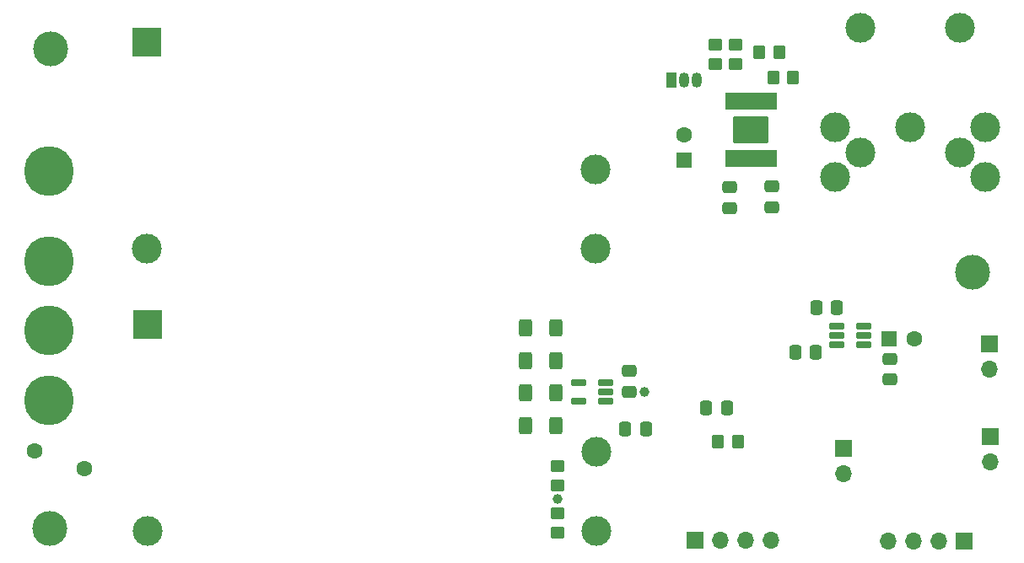
<source format=gbr>
%TF.GenerationSoftware,KiCad,Pcbnew,7.0.11-7.0.11~ubuntu22.04.1*%
%TF.CreationDate,2025-02-11T22:24:31-05:00*%
%TF.ProjectId,C64UltimatePSU,43363455-6c74-4696-9d61-74655053552e,rev?*%
%TF.SameCoordinates,Original*%
%TF.FileFunction,Soldermask,Bot*%
%TF.FilePolarity,Negative*%
%FSLAX46Y46*%
G04 Gerber Fmt 4.6, Leading zero omitted, Abs format (unit mm)*
G04 Created by KiCad (PCBNEW 7.0.11-7.0.11~ubuntu22.04.1) date 2025-02-11 22:24:31*
%MOMM*%
%LPD*%
G01*
G04 APERTURE LIST*
G04 Aperture macros list*
%AMRoundRect*
0 Rectangle with rounded corners*
0 $1 Rounding radius*
0 $2 $3 $4 $5 $6 $7 $8 $9 X,Y pos of 4 corners*
0 Add a 4 corners polygon primitive as box body*
4,1,4,$2,$3,$4,$5,$6,$7,$8,$9,$2,$3,0*
0 Add four circle primitives for the rounded corners*
1,1,$1+$1,$2,$3*
1,1,$1+$1,$4,$5*
1,1,$1+$1,$6,$7*
1,1,$1+$1,$8,$9*
0 Add four rect primitives between the rounded corners*
20,1,$1+$1,$2,$3,$4,$5,0*
20,1,$1+$1,$4,$5,$6,$7,0*
20,1,$1+$1,$6,$7,$8,$9,0*
20,1,$1+$1,$8,$9,$2,$3,0*%
G04 Aperture macros list end*
%ADD10C,3.500000*%
%ADD11RoundRect,0.250000X-0.337500X-0.475000X0.337500X-0.475000X0.337500X0.475000X-0.337500X0.475000X0*%
%ADD12R,1.700000X1.700000*%
%ADD13O,1.700000X1.700000*%
%ADD14R,3.000000X3.000000*%
%ADD15C,3.000000*%
%ADD16R,1.600000X1.600000*%
%ADD17C,1.600000*%
%ADD18C,5.000000*%
%ADD19R,1.050000X1.500000*%
%ADD20O,1.050000X1.500000*%
%ADD21RoundRect,0.250000X-0.350000X-0.450000X0.350000X-0.450000X0.350000X0.450000X-0.350000X0.450000X0*%
%ADD22RoundRect,0.250000X0.475000X-0.337500X0.475000X0.337500X-0.475000X0.337500X-0.475000X-0.337500X0*%
%ADD23RoundRect,0.250000X-0.450000X0.350000X-0.450000X-0.350000X0.450000X-0.350000X0.450000X0.350000X0*%
%ADD24RoundRect,0.250000X-0.475000X0.337500X-0.475000X-0.337500X0.475000X-0.337500X0.475000X0.337500X0*%
%ADD25RoundRect,0.162500X0.617500X0.162500X-0.617500X0.162500X-0.617500X-0.162500X0.617500X-0.162500X0*%
%ADD26RoundRect,0.250000X-0.400000X-0.625000X0.400000X-0.625000X0.400000X0.625000X-0.400000X0.625000X0*%
%ADD27RoundRect,0.076750X-0.230250X0.810250X-0.230250X-0.810250X0.230250X-0.810250X0.230250X0.810250X0*%
%ADD28RoundRect,0.102000X-1.700000X1.240000X-1.700000X-1.240000X1.700000X-1.240000X1.700000X1.240000X0*%
%ADD29RoundRect,0.250000X0.450000X-0.350000X0.450000X0.350000X-0.450000X0.350000X-0.450000X-0.350000X0*%
%ADD30RoundRect,0.250000X0.337500X0.475000X-0.337500X0.475000X-0.337500X-0.475000X0.337500X-0.475000X0*%
%ADD31C,1.000000*%
G04 APERTURE END LIST*
D10*
%TO.C,H5*%
X97104200Y-39166800D03*
%TD*%
D11*
%TO.C,C2*%
X171864200Y-69646800D03*
X173939200Y-69646800D03*
%TD*%
D12*
%TO.C,JP2*%
X191338200Y-68829000D03*
D13*
X191338200Y-71369000D03*
%TD*%
D12*
%TO.C,J5*%
X176707800Y-79324200D03*
D13*
X176707800Y-81864200D03*
%TD*%
D12*
%TO.C,J3*%
X191465200Y-78130400D03*
D13*
X191465200Y-80670400D03*
%TD*%
D12*
%TO.C,J1*%
X161808000Y-88519000D03*
D13*
X164348000Y-88519000D03*
X166888000Y-88519000D03*
X169428000Y-88519000D03*
%TD*%
D14*
%TO.C,PS1*%
X106816200Y-38485500D03*
D15*
X106816200Y-59285500D03*
X151816200Y-59285500D03*
X151816200Y-51285500D03*
%TD*%
D16*
%TO.C,C4*%
X160705800Y-50368200D03*
D17*
X160705800Y-47868200D03*
%TD*%
D12*
%TO.C,J4*%
X188839000Y-88646000D03*
D13*
X186299000Y-88646000D03*
X183759000Y-88646000D03*
X181219000Y-88646000D03*
%TD*%
D18*
%TO.C,H6*%
X97000000Y-67500000D03*
%TD*%
D14*
%TO.C,PS2*%
X106892400Y-66857300D03*
D15*
X106892400Y-87657300D03*
X151892400Y-87657300D03*
X151892400Y-79657300D03*
%TD*%
D10*
%TO.C,H2*%
X97028000Y-87376000D03*
%TD*%
D15*
%TO.C,J2*%
X175900700Y-47077800D03*
X178400700Y-37077800D03*
X188400700Y-37077800D03*
X183400700Y-47077800D03*
X190900700Y-47077800D03*
X178400700Y-49577800D03*
X188400700Y-49577800D03*
X175900700Y-52077800D03*
X190900700Y-52077800D03*
%TD*%
D18*
%TO.C,H4*%
X97000000Y-60500000D03*
%TD*%
%TO.C,H3*%
X97000000Y-51435000D03*
%TD*%
D19*
%TO.C,IC6*%
X159410400Y-42291000D03*
D20*
X160680400Y-42291000D03*
X161950400Y-42291000D03*
%TD*%
D10*
%TO.C,H1*%
X189687200Y-61595000D03*
%TD*%
D16*
%TO.C,C16*%
X181316621Y-68351400D03*
D17*
X183816621Y-68351400D03*
%TD*%
%TO.C,RV1*%
X95500000Y-79600000D03*
X100500000Y-81400000D03*
%TD*%
D18*
%TO.C,H7*%
X97000000Y-74500000D03*
%TD*%
D21*
%TO.C,R14*%
X168265600Y-39547800D03*
X170265600Y-39547800D03*
%TD*%
D11*
%TO.C,C9*%
X162941000Y-75234800D03*
X165016000Y-75234800D03*
%TD*%
D22*
%TO.C,C17*%
X169519600Y-55110200D03*
X169519600Y-53035200D03*
%TD*%
D23*
%TO.C,R4*%
X148031200Y-85817200D03*
X148031200Y-87817200D03*
%TD*%
D11*
%TO.C,C15*%
X173993900Y-65176400D03*
X176068900Y-65176400D03*
%TD*%
D24*
%TO.C,C13*%
X165252400Y-53086000D03*
X165252400Y-55161000D03*
%TD*%
D23*
%TO.C,R3*%
X148031200Y-81067400D03*
X148031200Y-83067400D03*
%TD*%
D25*
%TO.C,IC2*%
X178772800Y-67035600D03*
X178772800Y-67985600D03*
X178772800Y-68935600D03*
X176072800Y-68935600D03*
X176072800Y-67985600D03*
X176072800Y-67035600D03*
%TD*%
D26*
%TO.C,R9*%
X144780000Y-70483600D03*
X147880000Y-70483600D03*
%TD*%
D27*
%TO.C,IC4*%
X165161800Y-44475600D03*
X165811800Y-44475600D03*
X166461800Y-44475600D03*
X167111800Y-44475600D03*
X167761800Y-44475600D03*
X168411800Y-44475600D03*
X169061800Y-44475600D03*
X169711800Y-44475600D03*
X169711800Y-50215600D03*
X169061800Y-50215600D03*
X168411800Y-50215600D03*
X167761800Y-50215600D03*
X167111800Y-50215600D03*
X166461800Y-50215600D03*
X165811800Y-50215600D03*
X165161800Y-50215600D03*
D28*
X167436800Y-47345600D03*
%TD*%
D22*
%TO.C,C3*%
X181356000Y-72390000D03*
X181356000Y-70315000D03*
%TD*%
D26*
%TO.C,R8*%
X144780000Y-73773600D03*
X147880000Y-73773600D03*
%TD*%
D25*
%TO.C,IC3*%
X152861000Y-72710000D03*
X152861000Y-73660000D03*
X152861000Y-74610000D03*
X150161000Y-74610000D03*
X150161000Y-72710000D03*
%TD*%
D21*
%TO.C,R13*%
X169678600Y-42087800D03*
X171678600Y-42087800D03*
%TD*%
D29*
%TO.C,R12*%
X165862000Y-40751000D03*
X165862000Y-38751000D03*
%TD*%
D24*
%TO.C,C14*%
X155194000Y-71581100D03*
X155194000Y-73656100D03*
%TD*%
D26*
%TO.C,R7*%
X144780000Y-77063600D03*
X147880000Y-77063600D03*
%TD*%
%TO.C,R10*%
X144780000Y-67193600D03*
X147880000Y-67193600D03*
%TD*%
D23*
%TO.C,R11*%
X163855400Y-38751000D03*
X163855400Y-40751000D03*
%TD*%
D21*
%TO.C,R16*%
X164116000Y-78613000D03*
X166116000Y-78613000D03*
%TD*%
D30*
%TO.C,C5*%
X156895800Y-77419200D03*
X154820800Y-77419200D03*
%TD*%
D31*
%TO.C,V5ADC1*%
X148056600Y-84429600D03*
%TD*%
%TO.C,5VIADC1*%
X156743400Y-73634600D03*
%TD*%
M02*

</source>
